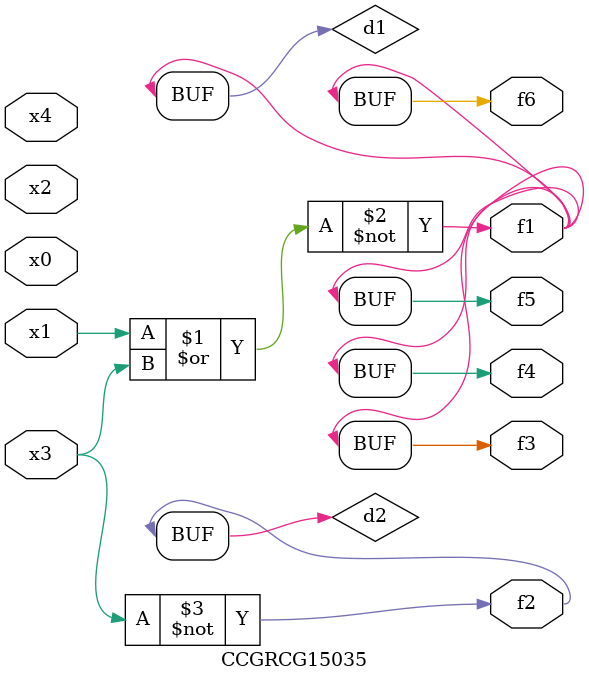
<source format=v>
module CCGRCG15035(
	input x0, x1, x2, x3, x4,
	output f1, f2, f3, f4, f5, f6
);

	wire d1, d2;

	nor (d1, x1, x3);
	not (d2, x3);
	assign f1 = d1;
	assign f2 = d2;
	assign f3 = d1;
	assign f4 = d1;
	assign f5 = d1;
	assign f6 = d1;
endmodule

</source>
